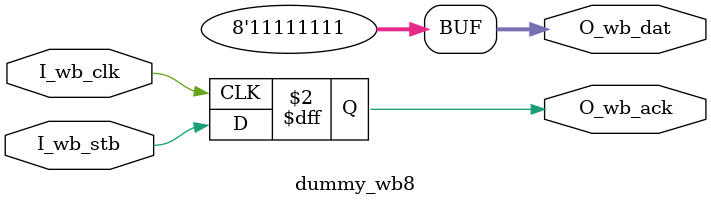
<source format=v>
`default_nettype none

module dummy_wb8
	(
		input I_wb_clk,
		input I_wb_stb,
		output[7:0] O_wb_dat,
		output reg O_wb_ack
	);

	// Dummy device to write data to, always reads 0xFF

	assign O_wb_dat = 8'hFF;

	always @(posedge I_wb_clk) begin
		O_wb_ack <= I_wb_stb;
	end

endmodule
</source>
